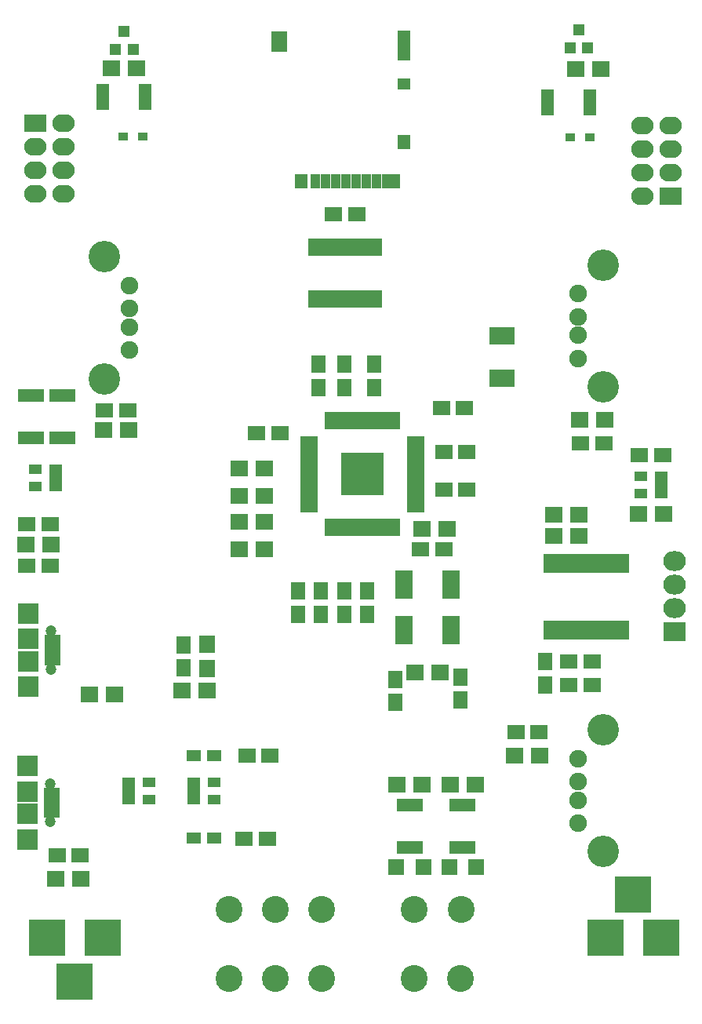
<source format=gts>
G04 #@! TF.FileFunction,Soldermask,Top*
%FSLAX46Y46*%
G04 Gerber Fmt 4.6, Leading zero omitted, Abs format (unit mm)*
G04 Created by KiCad (PCBNEW 4.0.2-stable) date Wednesday, 13 July 2016 'amt' 02:23:22*
%MOMM*%
G01*
G04 APERTURE LIST*
%ADD10C,0.100000*%
%ADD11R,1.460000X1.050000*%
%ADD12R,1.900000X1.650000*%
%ADD13R,1.900000X1.700000*%
%ADD14R,1.421080X0.808940*%
%ADD15R,0.699720X1.850000*%
%ADD16R,0.819100X1.870660*%
%ADD17R,1.650000X1.900000*%
%ADD18R,1.700480X1.799540*%
%ADD19R,0.808940X1.421080*%
%ADD20R,1.700000X1.900000*%
%ADD21C,2.900000*%
%ADD22R,0.806400X2.051000*%
%ADD23R,1.200100X1.200100*%
%ADD24R,1.700000X2.300000*%
%ADD25R,1.400000X3.200000*%
%ADD26R,1.100000X1.600000*%
%ADD27R,1.400000X1.600000*%
%ADD28R,1.050000X1.600000*%
%ADD29R,1.400000X1.200000*%
%ADD30C,3.399740*%
%ADD31C,1.901140*%
%ADD32O,2.400000X1.900000*%
%ADD33R,2.400000X1.900000*%
%ADD34R,3.900120X3.900120*%
%ADD35R,2.297380X2.297380*%
%ADD36R,1.748740X0.798780*%
%ADD37R,1.746200X0.798780*%
%ADD38C,1.197560*%
%ADD39R,0.990000X0.850000*%
%ADD40R,1.600000X1.300000*%
%ADD41R,1.950000X3.018200*%
%ADD42R,2.432000X2.127200*%
%ADD43O,2.432000X2.127200*%
%ADD44R,1.900000X0.700000*%
%ADD45R,0.700000X1.900000*%
%ADD46R,4.600000X4.600000*%
G04 APERTURE END LIST*
D10*
D11*
X189149520Y-86320480D03*
X189149520Y-85370480D03*
X189149520Y-84420480D03*
X186949520Y-84420480D03*
X186949520Y-86320480D03*
D12*
X186799520Y-82195480D03*
X189299520Y-82195480D03*
D13*
X186699520Y-88545480D03*
X189399520Y-88545480D03*
D14*
X128835020Y-42570388D03*
X128835020Y-43220628D03*
X128835020Y-43870868D03*
X128835020Y-44521108D03*
X133437500Y-44521108D03*
X133437500Y-43870868D03*
X133437500Y-43220628D03*
X133437500Y-42570388D03*
D15*
X172950280Y-69299240D03*
X172449900Y-69299240D03*
X171949520Y-69299240D03*
X171449140Y-69299240D03*
X170948760Y-69299240D03*
X170948760Y-73901720D03*
X171449140Y-73901720D03*
X171949520Y-73901720D03*
X172449900Y-73901720D03*
X172950280Y-73901720D03*
D16*
X155354640Y-59711400D03*
X154704400Y-59711400D03*
X154054160Y-59711400D03*
X153403920Y-59711400D03*
X157295200Y-65304480D03*
X157305360Y-59711400D03*
X156655120Y-59711400D03*
X156004880Y-59711400D03*
X152753680Y-65309560D03*
X153403920Y-65309560D03*
X154054160Y-65309560D03*
X154704400Y-65309560D03*
X155354640Y-65309560D03*
X156004880Y-65309560D03*
X152753680Y-59711400D03*
X156655120Y-65304480D03*
X157955600Y-59711400D03*
X152103440Y-59711400D03*
X152103440Y-65309560D03*
X157955600Y-65309560D03*
X158603300Y-59711400D03*
X151455740Y-59711400D03*
X151455740Y-65309560D03*
X158603300Y-65309560D03*
D17*
X137559520Y-102630480D03*
X137559520Y-105130480D03*
X176619520Y-104440480D03*
X176619520Y-106940480D03*
D12*
X182949520Y-80925480D03*
X180449520Y-80925480D03*
X129050000Y-77350960D03*
X131550000Y-77350960D03*
X153779520Y-56160480D03*
X156279520Y-56160480D03*
X179179520Y-104420480D03*
X181679520Y-104420480D03*
X179179520Y-106960480D03*
X181679520Y-106960480D03*
D18*
X160564180Y-126645480D03*
X163464860Y-126645480D03*
X166279180Y-126645480D03*
X169179860Y-126645480D03*
D13*
X127449520Y-108000480D03*
X130149520Y-108000480D03*
D19*
X162989880Y-119899240D03*
X162339640Y-119899240D03*
X161689400Y-119899240D03*
X161039160Y-119899240D03*
X161039160Y-124501720D03*
X161689400Y-124501720D03*
X162339640Y-124501720D03*
X162989880Y-124501720D03*
X168704880Y-119899240D03*
X168054640Y-119899240D03*
X167404400Y-119899240D03*
X166754160Y-119899240D03*
X166754160Y-124501720D03*
X167404400Y-124501720D03*
X168054640Y-124501720D03*
X168704880Y-124501720D03*
D14*
X181460760Y-45070840D03*
X181460760Y-44420600D03*
X181460760Y-43770360D03*
X181460760Y-43120120D03*
X176858280Y-43120120D03*
X176858280Y-43770360D03*
X176858280Y-44420600D03*
X176858280Y-45070840D03*
D20*
X140099520Y-102530480D03*
X140099520Y-105230480D03*
D13*
X183049520Y-78385480D03*
X180349520Y-78385480D03*
X128950000Y-79450960D03*
X131650000Y-79450960D03*
X180299520Y-88600480D03*
X177599520Y-88600480D03*
X163364520Y-117755480D03*
X160664520Y-117755480D03*
X166379520Y-117755480D03*
X169079520Y-117755480D03*
D21*
X167529520Y-131150480D03*
X152529520Y-131150480D03*
X147529520Y-131150480D03*
X142529520Y-131150480D03*
X142529520Y-138600480D03*
X147529520Y-138600480D03*
X152529520Y-138600480D03*
X167519520Y-138660480D03*
X162529520Y-131150480D03*
X162529520Y-138600480D03*
D22*
X181389640Y-93836300D03*
X180739400Y-93836300D03*
X180089160Y-93836300D03*
X179438920Y-93836300D03*
X183340360Y-101034660D03*
X183340360Y-93836300D03*
X182690120Y-93836300D03*
X182039880Y-93836300D03*
X178788680Y-101034660D03*
X179438920Y-101034660D03*
X180089160Y-101034660D03*
X180739400Y-101034660D03*
X181389640Y-101034660D03*
X182039880Y-101034660D03*
X178788680Y-93836300D03*
X182690120Y-101034660D03*
X183990600Y-101034660D03*
X184638300Y-101034660D03*
X185288540Y-101034660D03*
X185288540Y-93836300D03*
X184638300Y-93836300D03*
X183990600Y-93836300D03*
X178138440Y-93836300D03*
X177490740Y-93836300D03*
X176840500Y-93836300D03*
X176840500Y-101034660D03*
X177490740Y-101034660D03*
X178138440Y-101034660D03*
D23*
X130249520Y-38401240D03*
X132149520Y-38401240D03*
X131199520Y-36402260D03*
X179300000Y-38250760D03*
X181200000Y-38250760D03*
X180250000Y-36251780D03*
D13*
X129849520Y-40400480D03*
X132549520Y-40400480D03*
X182600000Y-40500000D03*
X179900000Y-40500000D03*
D19*
X123524160Y-80301720D03*
X124174400Y-80301720D03*
X124824640Y-80301720D03*
X125474880Y-80301720D03*
X125474880Y-75699240D03*
X124824640Y-75699240D03*
X124174400Y-75699240D03*
X123524160Y-75699240D03*
X120124160Y-80301720D03*
X120774400Y-80301720D03*
X121424640Y-80301720D03*
X122074880Y-80301720D03*
X122074880Y-75699240D03*
X121424640Y-75699240D03*
X120774400Y-75699240D03*
X120124160Y-75699240D03*
D13*
X180299520Y-90850480D03*
X177599520Y-90850480D03*
D11*
X123799520Y-85550480D03*
X123799520Y-84600480D03*
X123799520Y-83650480D03*
X121599520Y-83650480D03*
X121599520Y-85550480D03*
D12*
X123934520Y-125375480D03*
X126434520Y-125375480D03*
X175964520Y-112040480D03*
X173464520Y-112040480D03*
D24*
X147929520Y-37555480D03*
D25*
X161429520Y-38005480D03*
D26*
X151829520Y-52655480D03*
X152929520Y-52655480D03*
X154029520Y-52655480D03*
X155129520Y-52655480D03*
X156229520Y-52655480D03*
X157329520Y-52655480D03*
X158429520Y-52655480D03*
X159529520Y-52655480D03*
D27*
X150279520Y-52655480D03*
D28*
X160479520Y-52655480D03*
D29*
X161429520Y-42155480D03*
D27*
X161429520Y-48355480D03*
D30*
X182865380Y-74796460D03*
X182865380Y-61654500D03*
D31*
X180155200Y-71725600D03*
X180155200Y-69226240D03*
X180155200Y-67224720D03*
X180155200Y-64725360D03*
D30*
X129029140Y-60779020D03*
X129029140Y-73920980D03*
D31*
X131739320Y-63849880D03*
X131739320Y-66349240D03*
X131739320Y-68350760D03*
X131739320Y-70850120D03*
D32*
X187164520Y-46635480D03*
X190204520Y-46635480D03*
D33*
X190204520Y-54255480D03*
D32*
X187164520Y-54255480D03*
X190204520Y-51715480D03*
X187164520Y-51715480D03*
X190204520Y-49175480D03*
X187164520Y-49175480D03*
X124670000Y-54010000D03*
X121630000Y-54010000D03*
D33*
X121630000Y-46390000D03*
D32*
X124670000Y-46390000D03*
X121630000Y-48930000D03*
X124670000Y-48930000D03*
X121630000Y-51470000D03*
X124670000Y-51470000D03*
D34*
X183119380Y-134265480D03*
X189118860Y-134265480D03*
X186119120Y-129566480D03*
D30*
X182865380Y-124961460D03*
X182865380Y-111819500D03*
D31*
X180155200Y-121890600D03*
X180155200Y-119391240D03*
X180155200Y-117389720D03*
X180155200Y-114890360D03*
D35*
X120739520Y-118461600D03*
X120739520Y-120859360D03*
X120739520Y-123610180D03*
X120739520Y-115710780D03*
D36*
X123414140Y-118360000D03*
D37*
X123414140Y-119012780D03*
X123414140Y-119660480D03*
X123414140Y-120308180D03*
X123414140Y-120960960D03*
D38*
X123189520Y-121710480D03*
X123189520Y-117610480D03*
D34*
X128844660Y-134265480D03*
X122845180Y-134265480D03*
X125844920Y-138964480D03*
D13*
X123834520Y-127915480D03*
X126534520Y-127915480D03*
X176064520Y-114580480D03*
X173364520Y-114580480D03*
D39*
X131114520Y-47778480D03*
X133224520Y-47778480D03*
X181484520Y-47905480D03*
X179374520Y-47905480D03*
D12*
X120699520Y-89600480D03*
X123199520Y-89600480D03*
X120699520Y-94100480D03*
X123199520Y-94100480D03*
D17*
X149949520Y-99350480D03*
X149949520Y-96850480D03*
X152449520Y-96850480D03*
X152449520Y-99350480D03*
D12*
X147999520Y-79770480D03*
X145499520Y-79770480D03*
X165699520Y-85850480D03*
X168199520Y-85850480D03*
D17*
X167449520Y-106100480D03*
X167449520Y-108600480D03*
X154949520Y-96850480D03*
X154949520Y-99350480D03*
D12*
X165699520Y-81850480D03*
X168199520Y-81850480D03*
D17*
X158199520Y-74850480D03*
X158199520Y-72350480D03*
D12*
X163199520Y-92350480D03*
X165699520Y-92350480D03*
D17*
X154949520Y-74850480D03*
X154949520Y-72350480D03*
D12*
X165449520Y-77100480D03*
X167949520Y-77100480D03*
D17*
X160449520Y-106350480D03*
X160449520Y-108850480D03*
X152199520Y-74850480D03*
X152199520Y-72350480D03*
D12*
X144149520Y-123600480D03*
X146649520Y-123600480D03*
D17*
X157449520Y-96850480D03*
X157449520Y-99350480D03*
D12*
X144449520Y-114600480D03*
X146949520Y-114600480D03*
D40*
X138689520Y-123470480D03*
X140889520Y-123470480D03*
X138689520Y-114580480D03*
X140889520Y-114580480D03*
D41*
X166484320Y-101038880D03*
X166484320Y-96162080D03*
X161409520Y-96162080D03*
X161414720Y-101038880D03*
D42*
X190589520Y-101245480D03*
D43*
X190589520Y-98705480D03*
X190589520Y-96165480D03*
X190589520Y-93625480D03*
D13*
X137449520Y-107600480D03*
X140149520Y-107600480D03*
X123299520Y-91850480D03*
X120599520Y-91850480D03*
X143599520Y-89350480D03*
X146299520Y-89350480D03*
X143599520Y-92350480D03*
X146299520Y-92350480D03*
X143599520Y-86600480D03*
X146299520Y-86600480D03*
X166049520Y-90100480D03*
X163349520Y-90100480D03*
X143599520Y-83600480D03*
X146299520Y-83600480D03*
X165299520Y-105600480D03*
X162599520Y-105600480D03*
D44*
X151159520Y-80465480D03*
X151159520Y-80965480D03*
X151159520Y-81465480D03*
X151159520Y-81965480D03*
X151159520Y-82465480D03*
X151159520Y-82965480D03*
X151159520Y-83465480D03*
X151159520Y-83965480D03*
X151159520Y-84465480D03*
X151159520Y-84965480D03*
X151159520Y-85465480D03*
X151159520Y-85965480D03*
X151159520Y-86465480D03*
X151159520Y-86965480D03*
X151159520Y-87465480D03*
X151159520Y-87965480D03*
D45*
X153159520Y-89965480D03*
X153659520Y-89965480D03*
X154159520Y-89965480D03*
X154659520Y-89965480D03*
X155159520Y-89965480D03*
X155659520Y-89965480D03*
X156159520Y-89965480D03*
X156659520Y-89965480D03*
X157159520Y-89965480D03*
X157659520Y-89965480D03*
X158159520Y-89965480D03*
X158659520Y-89965480D03*
X159159520Y-89965480D03*
X159659520Y-89965480D03*
X160159520Y-89965480D03*
X160659520Y-89965480D03*
D44*
X162659520Y-87965480D03*
X162659520Y-87465480D03*
X162659520Y-86965480D03*
X162659520Y-86465480D03*
X162659520Y-85965480D03*
X162659520Y-85465480D03*
X162659520Y-84965480D03*
X162659520Y-84465480D03*
X162659520Y-83965480D03*
X162659520Y-83465480D03*
X162659520Y-82965480D03*
X162659520Y-82465480D03*
X162659520Y-81965480D03*
X162659520Y-81465480D03*
X162659520Y-80965480D03*
X162659520Y-80465480D03*
D45*
X160659520Y-78465480D03*
X160159520Y-78465480D03*
X159659520Y-78465480D03*
X159159520Y-78465480D03*
X158659520Y-78465480D03*
X158159520Y-78465480D03*
X157659520Y-78465480D03*
X157159520Y-78465480D03*
X156659520Y-78465480D03*
X156159520Y-78465480D03*
X155659520Y-78465480D03*
X155159520Y-78465480D03*
X154659520Y-78465480D03*
X154159520Y-78465480D03*
X153659520Y-78465480D03*
X153159520Y-78465480D03*
D46*
X156909520Y-84215480D03*
D11*
X131704520Y-117440480D03*
X131704520Y-118390480D03*
X131704520Y-119340480D03*
X133904520Y-119340480D03*
X133904520Y-117440480D03*
X138689520Y-117440480D03*
X138689520Y-118390480D03*
X138689520Y-119340480D03*
X140889520Y-119340480D03*
X140889520Y-117440480D03*
D35*
X120799520Y-102001600D03*
X120799520Y-104399360D03*
X120799520Y-107150180D03*
X120799520Y-99250780D03*
D36*
X123474140Y-101900000D03*
D37*
X123474140Y-102552780D03*
X123474140Y-103200480D03*
X123474140Y-103848180D03*
X123474140Y-104500960D03*
D38*
X123249520Y-105250480D03*
X123249520Y-101150480D03*
M02*

</source>
